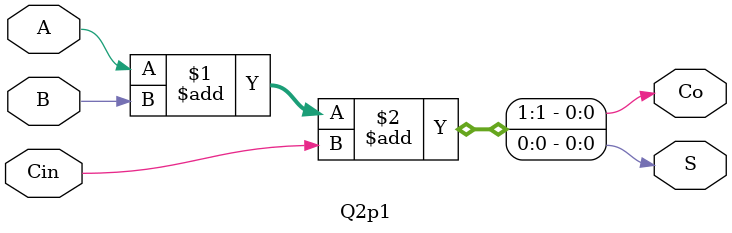
<source format=v>
  `timescale 1ns/1ns
module Q2p1(input  A,B,input Cin, output S, output Co);
assign {Co,S}=A+B+Cin;
endmodule

</source>
